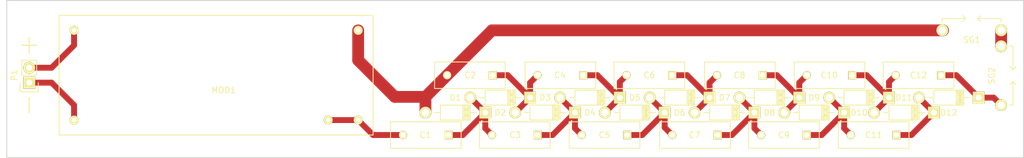
<source format=kicad_pcb>
(kicad_pcb (version 4) (host pcbnew 4.0.1-3.201512221402+6198~38~ubuntu14.04.1-stable)

  (general
    (links 42)
    (no_connects 2)
    (area 38.024999 97.714999 210.895001 124.535001)
    (thickness 1.6)
    (drawings 7)
    (tracks 76)
    (zones 0)
    (modules 28)
    (nets 18)
  )

  (page A4)
  (layers
    (0 F.Cu signal)
    (31 B.Cu signal)
    (32 B.Adhes user)
    (33 F.Adhes user)
    (34 B.Paste user)
    (35 F.Paste user)
    (36 B.SilkS user)
    (37 F.SilkS user)
    (38 B.Mask user)
    (39 F.Mask user)
    (40 Dwgs.User user)
    (41 Cmts.User user)
    (42 Eco1.User user)
    (43 Eco2.User user)
    (44 Edge.Cuts user)
    (45 Margin user)
    (46 B.CrtYd user)
    (47 F.CrtYd user)
    (48 B.Fab user)
    (49 F.Fab user)
  )

  (setup
    (last_trace_width 1)
    (trace_clearance 0.2)
    (zone_clearance 0.508)
    (zone_45_only no)
    (trace_min 0.2)
    (segment_width 0.2)
    (edge_width 0.15)
    (via_size 0.6)
    (via_drill 0.4)
    (via_min_size 0.4)
    (via_min_drill 0.3)
    (uvia_size 0.3)
    (uvia_drill 0.1)
    (uvias_allowed no)
    (uvia_min_size 0.2)
    (uvia_min_drill 0.1)
    (pcb_text_width 0.3)
    (pcb_text_size 1.5 1.5)
    (mod_edge_width 0.15)
    (mod_text_size 1 1)
    (mod_text_width 0.15)
    (pad_size 1.524 1.524)
    (pad_drill 0.762)
    (pad_to_mask_clearance 0.2)
    (aux_axis_origin 0 0)
    (visible_elements FFFEFF7F)
    (pcbplotparams
      (layerselection 0x010f0_80000001)
      (usegerberextensions false)
      (excludeedgelayer true)
      (linewidth 0.100000)
      (plotframeref false)
      (viasonmask false)
      (mode 1)
      (useauxorigin false)
      (hpglpennumber 1)
      (hpglpenspeed 20)
      (hpglpendiameter 15)
      (hpglpenoverlay 2)
      (psnegative false)
      (psa4output false)
      (plotreference true)
      (plotvalue true)
      (plotinvisibletext false)
      (padsonsilk false)
      (subtractmaskfromsilk false)
      (outputformat 1)
      (mirror false)
      (drillshape 0)
      (scaleselection 1)
      (outputdirectory ""))
  )

  (net 0 "")
  (net 1 "Net-(C1-Pad1)")
  (net 2 "Net-(C2-Pad1)")
  (net 3 "Net-(C3-Pad1)")
  (net 4 "Net-(C4-Pad1)")
  (net 5 "Net-(C5-Pad1)")
  (net 6 "Net-(C6-Pad1)")
  (net 7 "Net-(C7-Pad1)")
  (net 8 "Net-(C10-Pad2)")
  (net 9 "Net-(C11-Pad2)")
  (net 10 "Net-(C10-Pad1)")
  (net 11 "Net-(C11-Pad1)")
  (net 12 HV_SUPPLY)
  (net 13 HV_GND)
  (net 14 HV+)
  (net 15 HV-)
  (net 16 VCC)
  (net 17 GND)

  (net_class Default "This is the default net class."
    (clearance 0.2)
    (trace_width 1)
    (via_dia 0.6)
    (via_drill 0.4)
    (uvia_dia 0.3)
    (uvia_drill 0.1)
    (add_net GND)
    (add_net HV+)
    (add_net HV-)
    (add_net HV_GND)
    (add_net HV_SUPPLY)
    (add_net "Net-(C1-Pad1)")
    (add_net "Net-(C10-Pad1)")
    (add_net "Net-(C10-Pad2)")
    (add_net "Net-(C11-Pad1)")
    (add_net "Net-(C11-Pad2)")
    (add_net "Net-(C2-Pad1)")
    (add_net "Net-(C3-Pad1)")
    (add_net "Net-(C4-Pad1)")
    (add_net "Net-(C5-Pad1)")
    (add_net "Net-(C6-Pad1)")
    (add_net "Net-(C7-Pad1)")
    (add_net VCC)
  )

  (module Capacitors_ThroughHole:C_Disc_D12_P7.75 (layer F.Cu) (tedit 0) (tstamp 56A5EEBC)
    (at 113.16 120.65 180)
    (descr "Capacitor 12mm Disc, Pitch 7.75mm")
    (tags Capacitor)
    (path /569DD87B)
    (fp_text reference C1 (at 3.94 0 180) (layer F.SilkS)
      (effects (font (size 1 1) (thickness 0.15)))
    )
    (fp_text value C (at 3.875 3.5 180) (layer F.Fab)
      (effects (font (size 1 1) (thickness 0.15)))
    )
    (fp_line (start -2.375 -2.5) (end 10.125 -2.5) (layer F.CrtYd) (width 0.05))
    (fp_line (start 10.125 -2.5) (end 10.125 2.5) (layer F.CrtYd) (width 0.05))
    (fp_line (start 10.125 2.5) (end -2.375 2.5) (layer F.CrtYd) (width 0.05))
    (fp_line (start -2.375 2.5) (end -2.375 -2.5) (layer F.CrtYd) (width 0.05))
    (fp_line (start -2.125 -2.25) (end 9.875 -2.25) (layer F.SilkS) (width 0.15))
    (fp_line (start 9.875 -2.25) (end 9.875 2.25) (layer F.SilkS) (width 0.15))
    (fp_line (start 9.875 2.25) (end -2.125 2.25) (layer F.SilkS) (width 0.15))
    (fp_line (start -2.125 2.25) (end -2.125 -2.25) (layer F.SilkS) (width 0.15))
    (pad 1 thru_hole rect (at 0 0 180) (size 1.4 1.4) (drill 0.9) (layers *.Cu *.Mask F.SilkS)
      (net 1 "Net-(C1-Pad1)"))
    (pad 2 thru_hole circle (at 7.75 0 180) (size 1.4 1.4) (drill 0.9) (layers *.Cu *.Mask F.SilkS)
      (net 12 HV_SUPPLY))
    (model Capacitors_ThroughHole.3dshapes/C_Disc_D12_P7.75.wrl
      (at (xyz 0.15255906 0 0))
      (scale (xyz 1 1 1))
      (rotate (xyz 0 0 0))
    )
  )

  (module Capacitors_ThroughHole:C_Disc_D12_P7.75 (layer F.Cu) (tedit 0) (tstamp 56A5EEC2)
    (at 120.65 110.49 180)
    (descr "Capacitor 12mm Disc, Pitch 7.75mm")
    (tags Capacitor)
    (path /569DD58E)
    (fp_text reference C2 (at 3.81 0 180) (layer F.SilkS)
      (effects (font (size 1 1) (thickness 0.15)))
    )
    (fp_text value C (at 3.875 3.5 180) (layer F.Fab)
      (effects (font (size 1 1) (thickness 0.15)))
    )
    (fp_line (start -2.375 -2.5) (end 10.125 -2.5) (layer F.CrtYd) (width 0.05))
    (fp_line (start 10.125 -2.5) (end 10.125 2.5) (layer F.CrtYd) (width 0.05))
    (fp_line (start 10.125 2.5) (end -2.375 2.5) (layer F.CrtYd) (width 0.05))
    (fp_line (start -2.375 2.5) (end -2.375 -2.5) (layer F.CrtYd) (width 0.05))
    (fp_line (start -2.125 -2.25) (end 9.875 -2.25) (layer F.SilkS) (width 0.15))
    (fp_line (start 9.875 -2.25) (end 9.875 2.25) (layer F.SilkS) (width 0.15))
    (fp_line (start 9.875 2.25) (end -2.125 2.25) (layer F.SilkS) (width 0.15))
    (fp_line (start -2.125 2.25) (end -2.125 -2.25) (layer F.SilkS) (width 0.15))
    (pad 1 thru_hole rect (at 0 0 180) (size 1.4 1.4) (drill 0.9) (layers *.Cu *.Mask F.SilkS)
      (net 2 "Net-(C2-Pad1)"))
    (pad 2 thru_hole circle (at 7.75 0 180) (size 1.4 1.4) (drill 0.9) (layers *.Cu *.Mask F.SilkS)
      (net 13 HV_GND))
    (model Capacitors_ThroughHole.3dshapes/C_Disc_D12_P7.75.wrl
      (at (xyz 0.15255906 0 0))
      (scale (xyz 1 1 1))
      (rotate (xyz 0 0 0))
    )
  )

  (module Capacitors_ThroughHole:C_Disc_D12_P7.75 (layer F.Cu) (tedit 0) (tstamp 56A5EEC8)
    (at 128.27 120.65 180)
    (descr "Capacitor 12mm Disc, Pitch 7.75mm")
    (tags Capacitor)
    (path /569DD8EE)
    (fp_text reference C3 (at 3.81 0 180) (layer F.SilkS)
      (effects (font (size 1 1) (thickness 0.15)))
    )
    (fp_text value C (at 3.875 3.5 180) (layer F.Fab)
      (effects (font (size 1 1) (thickness 0.15)))
    )
    (fp_line (start -2.375 -2.5) (end 10.125 -2.5) (layer F.CrtYd) (width 0.05))
    (fp_line (start 10.125 -2.5) (end 10.125 2.5) (layer F.CrtYd) (width 0.05))
    (fp_line (start 10.125 2.5) (end -2.375 2.5) (layer F.CrtYd) (width 0.05))
    (fp_line (start -2.375 2.5) (end -2.375 -2.5) (layer F.CrtYd) (width 0.05))
    (fp_line (start -2.125 -2.25) (end 9.875 -2.25) (layer F.SilkS) (width 0.15))
    (fp_line (start 9.875 -2.25) (end 9.875 2.25) (layer F.SilkS) (width 0.15))
    (fp_line (start 9.875 2.25) (end -2.125 2.25) (layer F.SilkS) (width 0.15))
    (fp_line (start -2.125 2.25) (end -2.125 -2.25) (layer F.SilkS) (width 0.15))
    (pad 1 thru_hole rect (at 0 0 180) (size 1.4 1.4) (drill 0.9) (layers *.Cu *.Mask F.SilkS)
      (net 3 "Net-(C3-Pad1)"))
    (pad 2 thru_hole circle (at 7.75 0 180) (size 1.4 1.4) (drill 0.9) (layers *.Cu *.Mask F.SilkS)
      (net 1 "Net-(C1-Pad1)"))
    (model Capacitors_ThroughHole.3dshapes/C_Disc_D12_P7.75.wrl
      (at (xyz 0.15255906 0 0))
      (scale (xyz 1 1 1))
      (rotate (xyz 0 0 0))
    )
  )

  (module Capacitors_ThroughHole:C_Disc_D12_P7.75 (layer F.Cu) (tedit 0) (tstamp 56A5EECE)
    (at 136.02 110.49 180)
    (descr "Capacitor 12mm Disc, Pitch 7.75mm")
    (tags Capacitor)
    (path /569DD643)
    (fp_text reference C4 (at 3.94 0 180) (layer F.SilkS)
      (effects (font (size 1 1) (thickness 0.15)))
    )
    (fp_text value C (at 3.875 3.5 180) (layer F.Fab)
      (effects (font (size 1 1) (thickness 0.15)))
    )
    (fp_line (start -2.375 -2.5) (end 10.125 -2.5) (layer F.CrtYd) (width 0.05))
    (fp_line (start 10.125 -2.5) (end 10.125 2.5) (layer F.CrtYd) (width 0.05))
    (fp_line (start 10.125 2.5) (end -2.375 2.5) (layer F.CrtYd) (width 0.05))
    (fp_line (start -2.375 2.5) (end -2.375 -2.5) (layer F.CrtYd) (width 0.05))
    (fp_line (start -2.125 -2.25) (end 9.875 -2.25) (layer F.SilkS) (width 0.15))
    (fp_line (start 9.875 -2.25) (end 9.875 2.25) (layer F.SilkS) (width 0.15))
    (fp_line (start 9.875 2.25) (end -2.125 2.25) (layer F.SilkS) (width 0.15))
    (fp_line (start -2.125 2.25) (end -2.125 -2.25) (layer F.SilkS) (width 0.15))
    (pad 1 thru_hole rect (at 0 0 180) (size 1.4 1.4) (drill 0.9) (layers *.Cu *.Mask F.SilkS)
      (net 4 "Net-(C4-Pad1)"))
    (pad 2 thru_hole circle (at 7.75 0 180) (size 1.4 1.4) (drill 0.9) (layers *.Cu *.Mask F.SilkS)
      (net 2 "Net-(C2-Pad1)"))
    (model Capacitors_ThroughHole.3dshapes/C_Disc_D12_P7.75.wrl
      (at (xyz 0.15255906 0 0))
      (scale (xyz 1 1 1))
      (rotate (xyz 0 0 0))
    )
  )

  (module Capacitors_ThroughHole:C_Disc_D12_P7.75 (layer F.Cu) (tedit 0) (tstamp 56A5EED4)
    (at 143.51 120.65 180)
    (descr "Capacitor 12mm Disc, Pitch 7.75mm")
    (tags Capacitor)
    (path /569DDB72)
    (fp_text reference C5 (at 3.875 0 180) (layer F.SilkS)
      (effects (font (size 1 1) (thickness 0.15)))
    )
    (fp_text value C (at 3.875 3.5 180) (layer F.Fab)
      (effects (font (size 1 1) (thickness 0.15)))
    )
    (fp_line (start -2.375 -2.5) (end 10.125 -2.5) (layer F.CrtYd) (width 0.05))
    (fp_line (start 10.125 -2.5) (end 10.125 2.5) (layer F.CrtYd) (width 0.05))
    (fp_line (start 10.125 2.5) (end -2.375 2.5) (layer F.CrtYd) (width 0.05))
    (fp_line (start -2.375 2.5) (end -2.375 -2.5) (layer F.CrtYd) (width 0.05))
    (fp_line (start -2.125 -2.25) (end 9.875 -2.25) (layer F.SilkS) (width 0.15))
    (fp_line (start 9.875 -2.25) (end 9.875 2.25) (layer F.SilkS) (width 0.15))
    (fp_line (start 9.875 2.25) (end -2.125 2.25) (layer F.SilkS) (width 0.15))
    (fp_line (start -2.125 2.25) (end -2.125 -2.25) (layer F.SilkS) (width 0.15))
    (pad 1 thru_hole rect (at 0 0 180) (size 1.4 1.4) (drill 0.9) (layers *.Cu *.Mask F.SilkS)
      (net 5 "Net-(C5-Pad1)"))
    (pad 2 thru_hole circle (at 7.75 0 180) (size 1.4 1.4) (drill 0.9) (layers *.Cu *.Mask F.SilkS)
      (net 3 "Net-(C3-Pad1)"))
    (model Capacitors_ThroughHole.3dshapes/C_Disc_D12_P7.75.wrl
      (at (xyz 0.15255906 0 0))
      (scale (xyz 1 1 1))
      (rotate (xyz 0 0 0))
    )
  )

  (module Capacitors_ThroughHole:C_Disc_D12_P7.75 (layer F.Cu) (tedit 0) (tstamp 56A5EEDA)
    (at 151.13 110.49 180)
    (descr "Capacitor 12mm Disc, Pitch 7.75mm")
    (tags Capacitor)
    (path /569DD6A7)
    (fp_text reference C6 (at 3.875 0 180) (layer F.SilkS)
      (effects (font (size 1 1) (thickness 0.15)))
    )
    (fp_text value C (at 3.875 3.5 180) (layer F.Fab)
      (effects (font (size 1 1) (thickness 0.15)))
    )
    (fp_line (start -2.375 -2.5) (end 10.125 -2.5) (layer F.CrtYd) (width 0.05))
    (fp_line (start 10.125 -2.5) (end 10.125 2.5) (layer F.CrtYd) (width 0.05))
    (fp_line (start 10.125 2.5) (end -2.375 2.5) (layer F.CrtYd) (width 0.05))
    (fp_line (start -2.375 2.5) (end -2.375 -2.5) (layer F.CrtYd) (width 0.05))
    (fp_line (start -2.125 -2.25) (end 9.875 -2.25) (layer F.SilkS) (width 0.15))
    (fp_line (start 9.875 -2.25) (end 9.875 2.25) (layer F.SilkS) (width 0.15))
    (fp_line (start 9.875 2.25) (end -2.125 2.25) (layer F.SilkS) (width 0.15))
    (fp_line (start -2.125 2.25) (end -2.125 -2.25) (layer F.SilkS) (width 0.15))
    (pad 1 thru_hole rect (at 0 0 180) (size 1.4 1.4) (drill 0.9) (layers *.Cu *.Mask F.SilkS)
      (net 6 "Net-(C6-Pad1)"))
    (pad 2 thru_hole circle (at 7.75 0 180) (size 1.4 1.4) (drill 0.9) (layers *.Cu *.Mask F.SilkS)
      (net 4 "Net-(C4-Pad1)"))
    (model Capacitors_ThroughHole.3dshapes/C_Disc_D12_P7.75.wrl
      (at (xyz 0.15255906 0 0))
      (scale (xyz 1 1 1))
      (rotate (xyz 0 0 0))
    )
  )

  (module Capacitors_ThroughHole:C_Disc_D12_P7.75 (layer F.Cu) (tedit 0) (tstamp 56A5EEE0)
    (at 158.88 120.65 180)
    (descr "Capacitor 12mm Disc, Pitch 7.75mm")
    (tags Capacitor)
    (path /569DDBE5)
    (fp_text reference C7 (at 3.94 0 180) (layer F.SilkS)
      (effects (font (size 1 1) (thickness 0.15)))
    )
    (fp_text value C (at 3.875 3.5 180) (layer F.Fab)
      (effects (font (size 1 1) (thickness 0.15)))
    )
    (fp_line (start -2.375 -2.5) (end 10.125 -2.5) (layer F.CrtYd) (width 0.05))
    (fp_line (start 10.125 -2.5) (end 10.125 2.5) (layer F.CrtYd) (width 0.05))
    (fp_line (start 10.125 2.5) (end -2.375 2.5) (layer F.CrtYd) (width 0.05))
    (fp_line (start -2.375 2.5) (end -2.375 -2.5) (layer F.CrtYd) (width 0.05))
    (fp_line (start -2.125 -2.25) (end 9.875 -2.25) (layer F.SilkS) (width 0.15))
    (fp_line (start 9.875 -2.25) (end 9.875 2.25) (layer F.SilkS) (width 0.15))
    (fp_line (start 9.875 2.25) (end -2.125 2.25) (layer F.SilkS) (width 0.15))
    (fp_line (start -2.125 2.25) (end -2.125 -2.25) (layer F.SilkS) (width 0.15))
    (pad 1 thru_hole rect (at 0 0 180) (size 1.4 1.4) (drill 0.9) (layers *.Cu *.Mask F.SilkS)
      (net 7 "Net-(C7-Pad1)"))
    (pad 2 thru_hole circle (at 7.75 0 180) (size 1.4 1.4) (drill 0.9) (layers *.Cu *.Mask F.SilkS)
      (net 5 "Net-(C5-Pad1)"))
    (model Capacitors_ThroughHole.3dshapes/C_Disc_D12_P7.75.wrl
      (at (xyz 0.15255906 0 0))
      (scale (xyz 1 1 1))
      (rotate (xyz 0 0 0))
    )
  )

  (module Capacitors_ThroughHole:C_Disc_D12_P7.75 (layer F.Cu) (tedit 0) (tstamp 56A5EEE6)
    (at 166.5 110.49 180)
    (descr "Capacitor 12mm Disc, Pitch 7.75mm")
    (tags Capacitor)
    (path /569DD766)
    (fp_text reference C8 (at 3.94 0 180) (layer F.SilkS)
      (effects (font (size 1 1) (thickness 0.15)))
    )
    (fp_text value C (at 3.875 3.5 180) (layer F.Fab)
      (effects (font (size 1 1) (thickness 0.15)))
    )
    (fp_line (start -2.375 -2.5) (end 10.125 -2.5) (layer F.CrtYd) (width 0.05))
    (fp_line (start 10.125 -2.5) (end 10.125 2.5) (layer F.CrtYd) (width 0.05))
    (fp_line (start 10.125 2.5) (end -2.375 2.5) (layer F.CrtYd) (width 0.05))
    (fp_line (start -2.375 2.5) (end -2.375 -2.5) (layer F.CrtYd) (width 0.05))
    (fp_line (start -2.125 -2.25) (end 9.875 -2.25) (layer F.SilkS) (width 0.15))
    (fp_line (start 9.875 -2.25) (end 9.875 2.25) (layer F.SilkS) (width 0.15))
    (fp_line (start 9.875 2.25) (end -2.125 2.25) (layer F.SilkS) (width 0.15))
    (fp_line (start -2.125 2.25) (end -2.125 -2.25) (layer F.SilkS) (width 0.15))
    (pad 1 thru_hole rect (at 0 0 180) (size 1.4 1.4) (drill 0.9) (layers *.Cu *.Mask F.SilkS)
      (net 8 "Net-(C10-Pad2)"))
    (pad 2 thru_hole circle (at 7.75 0 180) (size 1.4 1.4) (drill 0.9) (layers *.Cu *.Mask F.SilkS)
      (net 6 "Net-(C6-Pad1)"))
    (model Capacitors_ThroughHole.3dshapes/C_Disc_D12_P7.75.wrl
      (at (xyz 0.15255906 0 0))
      (scale (xyz 1 1 1))
      (rotate (xyz 0 0 0))
    )
  )

  (module Capacitors_ThroughHole:C_Disc_D12_P7.75 (layer F.Cu) (tedit 0) (tstamp 56A5EEEC)
    (at 173.99 120.65 180)
    (descr "Capacitor 12mm Disc, Pitch 7.75mm")
    (tags Capacitor)
    (path /569DDC51)
    (fp_text reference C9 (at 3.875 0 180) (layer F.SilkS)
      (effects (font (size 1 1) (thickness 0.15)))
    )
    (fp_text value C (at 3.875 3.5 180) (layer F.Fab)
      (effects (font (size 1 1) (thickness 0.15)))
    )
    (fp_line (start -2.375 -2.5) (end 10.125 -2.5) (layer F.CrtYd) (width 0.05))
    (fp_line (start 10.125 -2.5) (end 10.125 2.5) (layer F.CrtYd) (width 0.05))
    (fp_line (start 10.125 2.5) (end -2.375 2.5) (layer F.CrtYd) (width 0.05))
    (fp_line (start -2.375 2.5) (end -2.375 -2.5) (layer F.CrtYd) (width 0.05))
    (fp_line (start -2.125 -2.25) (end 9.875 -2.25) (layer F.SilkS) (width 0.15))
    (fp_line (start 9.875 -2.25) (end 9.875 2.25) (layer F.SilkS) (width 0.15))
    (fp_line (start 9.875 2.25) (end -2.125 2.25) (layer F.SilkS) (width 0.15))
    (fp_line (start -2.125 2.25) (end -2.125 -2.25) (layer F.SilkS) (width 0.15))
    (pad 1 thru_hole rect (at 0 0 180) (size 1.4 1.4) (drill 0.9) (layers *.Cu *.Mask F.SilkS)
      (net 9 "Net-(C11-Pad2)"))
    (pad 2 thru_hole circle (at 7.75 0 180) (size 1.4 1.4) (drill 0.9) (layers *.Cu *.Mask F.SilkS)
      (net 7 "Net-(C7-Pad1)"))
    (model Capacitors_ThroughHole.3dshapes/C_Disc_D12_P7.75.wrl
      (at (xyz 0.15255906 0 0))
      (scale (xyz 1 1 1))
      (rotate (xyz 0 0 0))
    )
  )

  (module Capacitors_ThroughHole:C_Disc_D12_P7.75 (layer F.Cu) (tedit 0) (tstamp 56A5EEF2)
    (at 181.74 110.49 180)
    (descr "Capacitor 12mm Disc, Pitch 7.75mm")
    (tags Capacitor)
    (path /569DD7C2)
    (fp_text reference C10 (at 3.94 0 180) (layer F.SilkS)
      (effects (font (size 1 1) (thickness 0.15)))
    )
    (fp_text value C (at 3.875 3.5 180) (layer F.Fab)
      (effects (font (size 1 1) (thickness 0.15)))
    )
    (fp_line (start -2.375 -2.5) (end 10.125 -2.5) (layer F.CrtYd) (width 0.05))
    (fp_line (start 10.125 -2.5) (end 10.125 2.5) (layer F.CrtYd) (width 0.05))
    (fp_line (start 10.125 2.5) (end -2.375 2.5) (layer F.CrtYd) (width 0.05))
    (fp_line (start -2.375 2.5) (end -2.375 -2.5) (layer F.CrtYd) (width 0.05))
    (fp_line (start -2.125 -2.25) (end 9.875 -2.25) (layer F.SilkS) (width 0.15))
    (fp_line (start 9.875 -2.25) (end 9.875 2.25) (layer F.SilkS) (width 0.15))
    (fp_line (start 9.875 2.25) (end -2.125 2.25) (layer F.SilkS) (width 0.15))
    (fp_line (start -2.125 2.25) (end -2.125 -2.25) (layer F.SilkS) (width 0.15))
    (pad 1 thru_hole rect (at 0 0 180) (size 1.4 1.4) (drill 0.9) (layers *.Cu *.Mask F.SilkS)
      (net 10 "Net-(C10-Pad1)"))
    (pad 2 thru_hole circle (at 7.75 0 180) (size 1.4 1.4) (drill 0.9) (layers *.Cu *.Mask F.SilkS)
      (net 8 "Net-(C10-Pad2)"))
    (model Capacitors_ThroughHole.3dshapes/C_Disc_D12_P7.75.wrl
      (at (xyz 0.15255906 0 0))
      (scale (xyz 1 1 1))
      (rotate (xyz 0 0 0))
    )
  )

  (module Capacitors_ThroughHole:C_Disc_D12_P7.75 (layer F.Cu) (tedit 0) (tstamp 56A5EEF8)
    (at 189.23 120.65 180)
    (descr "Capacitor 12mm Disc, Pitch 7.75mm")
    (tags Capacitor)
    (path /569DDCBC)
    (fp_text reference C11 (at 3.875 0 180) (layer F.SilkS)
      (effects (font (size 1 1) (thickness 0.15)))
    )
    (fp_text value C (at 3.875 3.5 180) (layer F.Fab)
      (effects (font (size 1 1) (thickness 0.15)))
    )
    (fp_line (start -2.375 -2.5) (end 10.125 -2.5) (layer F.CrtYd) (width 0.05))
    (fp_line (start 10.125 -2.5) (end 10.125 2.5) (layer F.CrtYd) (width 0.05))
    (fp_line (start 10.125 2.5) (end -2.375 2.5) (layer F.CrtYd) (width 0.05))
    (fp_line (start -2.375 2.5) (end -2.375 -2.5) (layer F.CrtYd) (width 0.05))
    (fp_line (start -2.125 -2.25) (end 9.875 -2.25) (layer F.SilkS) (width 0.15))
    (fp_line (start 9.875 -2.25) (end 9.875 2.25) (layer F.SilkS) (width 0.15))
    (fp_line (start 9.875 2.25) (end -2.125 2.25) (layer F.SilkS) (width 0.15))
    (fp_line (start -2.125 2.25) (end -2.125 -2.25) (layer F.SilkS) (width 0.15))
    (pad 1 thru_hole rect (at 0 0 180) (size 1.4 1.4) (drill 0.9) (layers *.Cu *.Mask F.SilkS)
      (net 11 "Net-(C11-Pad1)"))
    (pad 2 thru_hole circle (at 7.75 0 180) (size 1.4 1.4) (drill 0.9) (layers *.Cu *.Mask F.SilkS)
      (net 9 "Net-(C11-Pad2)"))
    (model Capacitors_ThroughHole.3dshapes/C_Disc_D12_P7.75.wrl
      (at (xyz 0.15255906 0 0))
      (scale (xyz 1 1 1))
      (rotate (xyz 0 0 0))
    )
  )

  (module Capacitors_ThroughHole:C_Disc_D12_P7.75 (layer F.Cu) (tedit 0) (tstamp 56A5EEFE)
    (at 196.85 110.49 180)
    (descr "Capacitor 12mm Disc, Pitch 7.75mm")
    (tags Capacitor)
    (path /569DD821)
    (fp_text reference C12 (at 3.875 0 180) (layer F.SilkS)
      (effects (font (size 1 1) (thickness 0.15)))
    )
    (fp_text value C (at 3.875 3.5 180) (layer F.Fab)
      (effects (font (size 1 1) (thickness 0.15)))
    )
    (fp_line (start -2.375 -2.5) (end 10.125 -2.5) (layer F.CrtYd) (width 0.05))
    (fp_line (start 10.125 -2.5) (end 10.125 2.5) (layer F.CrtYd) (width 0.05))
    (fp_line (start 10.125 2.5) (end -2.375 2.5) (layer F.CrtYd) (width 0.05))
    (fp_line (start -2.375 2.5) (end -2.375 -2.5) (layer F.CrtYd) (width 0.05))
    (fp_line (start -2.125 -2.25) (end 9.875 -2.25) (layer F.SilkS) (width 0.15))
    (fp_line (start 9.875 -2.25) (end 9.875 2.25) (layer F.SilkS) (width 0.15))
    (fp_line (start 9.875 2.25) (end -2.125 2.25) (layer F.SilkS) (width 0.15))
    (fp_line (start -2.125 2.25) (end -2.125 -2.25) (layer F.SilkS) (width 0.15))
    (pad 1 thru_hole rect (at 0 0 180) (size 1.4 1.4) (drill 0.9) (layers *.Cu *.Mask F.SilkS)
      (net 14 HV+))
    (pad 2 thru_hole circle (at 7.75 0 180) (size 1.4 1.4) (drill 0.9) (layers *.Cu *.Mask F.SilkS)
      (net 10 "Net-(C10-Pad1)"))
    (model Capacitors_ThroughHole.3dshapes/C_Disc_D12_P7.75.wrl
      (at (xyz 0.15255906 0 0))
      (scale (xyz 1 1 1))
      (rotate (xyz 0 0 0))
    )
  )

  (module Diodes_ThroughHole:Diode_DO-41_SOD81_Horizontal_RM10 (layer F.Cu) (tedit 552FFCCE) (tstamp 56A5EF04)
    (at 119.38 116.83746 180)
    (descr "Diode, DO-41, SOD81, Horizontal, RM 10mm,")
    (tags "Diode, DO-41, SOD81, Horizontal, RM 10mm, 1N4007, SB140,")
    (path /569DCC8E)
    (fp_text reference D1 (at 5.08 2.53746 180) (layer F.SilkS)
      (effects (font (size 1 1) (thickness 0.15)))
    )
    (fp_text value D (at 4.37134 -3.55854 180) (layer F.Fab)
      (effects (font (size 1 1) (thickness 0.15)))
    )
    (fp_line (start 7.62 -0.00254) (end 8.636 -0.00254) (layer F.SilkS) (width 0.15))
    (fp_line (start 2.794 -0.00254) (end 1.524 -0.00254) (layer F.SilkS) (width 0.15))
    (fp_line (start 3.048 -1.27254) (end 3.048 1.26746) (layer F.SilkS) (width 0.15))
    (fp_line (start 3.302 -1.27254) (end 3.302 1.26746) (layer F.SilkS) (width 0.15))
    (fp_line (start 3.556 -1.27254) (end 3.556 1.26746) (layer F.SilkS) (width 0.15))
    (fp_line (start 2.794 -1.27254) (end 2.794 1.26746) (layer F.SilkS) (width 0.15))
    (fp_line (start 3.81 -1.27254) (end 2.54 1.26746) (layer F.SilkS) (width 0.15))
    (fp_line (start 2.54 -1.27254) (end 3.81 1.26746) (layer F.SilkS) (width 0.15))
    (fp_line (start 3.81 -1.27254) (end 3.81 1.26746) (layer F.SilkS) (width 0.15))
    (fp_line (start 3.175 -1.27254) (end 3.175 1.26746) (layer F.SilkS) (width 0.15))
    (fp_line (start 2.54 1.26746) (end 2.54 -1.27254) (layer F.SilkS) (width 0.15))
    (fp_line (start 2.54 -1.27254) (end 7.62 -1.27254) (layer F.SilkS) (width 0.15))
    (fp_line (start 7.62 -1.27254) (end 7.62 1.26746) (layer F.SilkS) (width 0.15))
    (fp_line (start 7.62 1.26746) (end 2.54 1.26746) (layer F.SilkS) (width 0.15))
    (pad 2 thru_hole circle (at 10.16 -0.00254) (size 1.99898 1.99898) (drill 1.27) (layers *.Cu *.Mask F.SilkS)
      (net 13 HV_GND))
    (pad 1 thru_hole rect (at 0 -0.00254) (size 1.99898 1.99898) (drill 1.00076) (layers *.Cu *.Mask F.SilkS)
      (net 1 "Net-(C1-Pad1)"))
  )

  (module Diodes_ThroughHole:Diode_DO-41_SOD81_Horizontal_RM10 (layer F.Cu) (tedit 552FFCCE) (tstamp 56A5EF0A)
    (at 127 114.29746 180)
    (descr "Diode, DO-41, SOD81, Horizontal, RM 10mm,")
    (tags "Diode, DO-41, SOD81, Horizontal, RM 10mm, 1N4007, SB140,")
    (path /569DCE47)
    (fp_text reference D2 (at 5.08 -2.54254 180) (layer F.SilkS)
      (effects (font (size 1 1) (thickness 0.15)))
    )
    (fp_text value D (at 4.37134 -3.55854 180) (layer F.Fab)
      (effects (font (size 1 1) (thickness 0.15)))
    )
    (fp_line (start 7.62 -0.00254) (end 8.636 -0.00254) (layer F.SilkS) (width 0.15))
    (fp_line (start 2.794 -0.00254) (end 1.524 -0.00254) (layer F.SilkS) (width 0.15))
    (fp_line (start 3.048 -1.27254) (end 3.048 1.26746) (layer F.SilkS) (width 0.15))
    (fp_line (start 3.302 -1.27254) (end 3.302 1.26746) (layer F.SilkS) (width 0.15))
    (fp_line (start 3.556 -1.27254) (end 3.556 1.26746) (layer F.SilkS) (width 0.15))
    (fp_line (start 2.794 -1.27254) (end 2.794 1.26746) (layer F.SilkS) (width 0.15))
    (fp_line (start 3.81 -1.27254) (end 2.54 1.26746) (layer F.SilkS) (width 0.15))
    (fp_line (start 2.54 -1.27254) (end 3.81 1.26746) (layer F.SilkS) (width 0.15))
    (fp_line (start 3.81 -1.27254) (end 3.81 1.26746) (layer F.SilkS) (width 0.15))
    (fp_line (start 3.175 -1.27254) (end 3.175 1.26746) (layer F.SilkS) (width 0.15))
    (fp_line (start 2.54 1.26746) (end 2.54 -1.27254) (layer F.SilkS) (width 0.15))
    (fp_line (start 2.54 -1.27254) (end 7.62 -1.27254) (layer F.SilkS) (width 0.15))
    (fp_line (start 7.62 -1.27254) (end 7.62 1.26746) (layer F.SilkS) (width 0.15))
    (fp_line (start 7.62 1.26746) (end 2.54 1.26746) (layer F.SilkS) (width 0.15))
    (pad 2 thru_hole circle (at 10.16 -0.00254) (size 1.99898 1.99898) (drill 1.27) (layers *.Cu *.Mask F.SilkS)
      (net 1 "Net-(C1-Pad1)"))
    (pad 1 thru_hole rect (at 0 -0.00254) (size 1.99898 1.99898) (drill 1.00076) (layers *.Cu *.Mask F.SilkS)
      (net 2 "Net-(C2-Pad1)"))
  )

  (module Diodes_ThroughHole:Diode_DO-41_SOD81_Horizontal_RM10 (layer F.Cu) (tedit 552FFCCE) (tstamp 56A5EF10)
    (at 134.62 116.83746 180)
    (descr "Diode, DO-41, SOD81, Horizontal, RM 10mm,")
    (tags "Diode, DO-41, SOD81, Horizontal, RM 10mm, 1N4007, SB140,")
    (path /569DCE89)
    (fp_text reference D3 (at 5.08 2.53746 180) (layer F.SilkS)
      (effects (font (size 1 1) (thickness 0.15)))
    )
    (fp_text value D (at 4.37134 -3.55854 180) (layer F.Fab)
      (effects (font (size 1 1) (thickness 0.15)))
    )
    (fp_line (start 7.62 -0.00254) (end 8.636 -0.00254) (layer F.SilkS) (width 0.15))
    (fp_line (start 2.794 -0.00254) (end 1.524 -0.00254) (layer F.SilkS) (width 0.15))
    (fp_line (start 3.048 -1.27254) (end 3.048 1.26746) (layer F.SilkS) (width 0.15))
    (fp_line (start 3.302 -1.27254) (end 3.302 1.26746) (layer F.SilkS) (width 0.15))
    (fp_line (start 3.556 -1.27254) (end 3.556 1.26746) (layer F.SilkS) (width 0.15))
    (fp_line (start 2.794 -1.27254) (end 2.794 1.26746) (layer F.SilkS) (width 0.15))
    (fp_line (start 3.81 -1.27254) (end 2.54 1.26746) (layer F.SilkS) (width 0.15))
    (fp_line (start 2.54 -1.27254) (end 3.81 1.26746) (layer F.SilkS) (width 0.15))
    (fp_line (start 3.81 -1.27254) (end 3.81 1.26746) (layer F.SilkS) (width 0.15))
    (fp_line (start 3.175 -1.27254) (end 3.175 1.26746) (layer F.SilkS) (width 0.15))
    (fp_line (start 2.54 1.26746) (end 2.54 -1.27254) (layer F.SilkS) (width 0.15))
    (fp_line (start 2.54 -1.27254) (end 7.62 -1.27254) (layer F.SilkS) (width 0.15))
    (fp_line (start 7.62 -1.27254) (end 7.62 1.26746) (layer F.SilkS) (width 0.15))
    (fp_line (start 7.62 1.26746) (end 2.54 1.26746) (layer F.SilkS) (width 0.15))
    (pad 2 thru_hole circle (at 10.16 -0.00254) (size 1.99898 1.99898) (drill 1.27) (layers *.Cu *.Mask F.SilkS)
      (net 2 "Net-(C2-Pad1)"))
    (pad 1 thru_hole rect (at 0 -0.00254) (size 1.99898 1.99898) (drill 1.00076) (layers *.Cu *.Mask F.SilkS)
      (net 3 "Net-(C3-Pad1)"))
  )

  (module Diodes_ThroughHole:Diode_DO-41_SOD81_Horizontal_RM10 (layer F.Cu) (tedit 552FFCCE) (tstamp 56A5EF16)
    (at 142.24 114.3 180)
    (descr "Diode, DO-41, SOD81, Horizontal, RM 10mm,")
    (tags "Diode, DO-41, SOD81, Horizontal, RM 10mm, 1N4007, SB140,")
    (path /569DCEB0)
    (fp_text reference D4 (at 5.08 -2.54 180) (layer F.SilkS)
      (effects (font (size 1 1) (thickness 0.15)))
    )
    (fp_text value D (at 4.37134 -3.55854 180) (layer F.Fab)
      (effects (font (size 1 1) (thickness 0.15)))
    )
    (fp_line (start 7.62 -0.00254) (end 8.636 -0.00254) (layer F.SilkS) (width 0.15))
    (fp_line (start 2.794 -0.00254) (end 1.524 -0.00254) (layer F.SilkS) (width 0.15))
    (fp_line (start 3.048 -1.27254) (end 3.048 1.26746) (layer F.SilkS) (width 0.15))
    (fp_line (start 3.302 -1.27254) (end 3.302 1.26746) (layer F.SilkS) (width 0.15))
    (fp_line (start 3.556 -1.27254) (end 3.556 1.26746) (layer F.SilkS) (width 0.15))
    (fp_line (start 2.794 -1.27254) (end 2.794 1.26746) (layer F.SilkS) (width 0.15))
    (fp_line (start 3.81 -1.27254) (end 2.54 1.26746) (layer F.SilkS) (width 0.15))
    (fp_line (start 2.54 -1.27254) (end 3.81 1.26746) (layer F.SilkS) (width 0.15))
    (fp_line (start 3.81 -1.27254) (end 3.81 1.26746) (layer F.SilkS) (width 0.15))
    (fp_line (start 3.175 -1.27254) (end 3.175 1.26746) (layer F.SilkS) (width 0.15))
    (fp_line (start 2.54 1.26746) (end 2.54 -1.27254) (layer F.SilkS) (width 0.15))
    (fp_line (start 2.54 -1.27254) (end 7.62 -1.27254) (layer F.SilkS) (width 0.15))
    (fp_line (start 7.62 -1.27254) (end 7.62 1.26746) (layer F.SilkS) (width 0.15))
    (fp_line (start 7.62 1.26746) (end 2.54 1.26746) (layer F.SilkS) (width 0.15))
    (pad 2 thru_hole circle (at 10.16 -0.00254) (size 1.99898 1.99898) (drill 1.27) (layers *.Cu *.Mask F.SilkS)
      (net 3 "Net-(C3-Pad1)"))
    (pad 1 thru_hole rect (at 0 -0.00254) (size 1.99898 1.99898) (drill 1.00076) (layers *.Cu *.Mask F.SilkS)
      (net 4 "Net-(C4-Pad1)"))
  )

  (module Diodes_ThroughHole:Diode_DO-41_SOD81_Horizontal_RM10 (layer F.Cu) (tedit 552FFCCE) (tstamp 56A5EF1C)
    (at 149.86 116.84 180)
    (descr "Diode, DO-41, SOD81, Horizontal, RM 10mm,")
    (tags "Diode, DO-41, SOD81, Horizontal, RM 10mm, 1N4007, SB140,")
    (path /569DD328)
    (fp_text reference D5 (at 5.08 2.53746 180) (layer F.SilkS)
      (effects (font (size 1 1) (thickness 0.15)))
    )
    (fp_text value D (at 4.37134 -3.55854 180) (layer F.Fab)
      (effects (font (size 1 1) (thickness 0.15)))
    )
    (fp_line (start 7.62 -0.00254) (end 8.636 -0.00254) (layer F.SilkS) (width 0.15))
    (fp_line (start 2.794 -0.00254) (end 1.524 -0.00254) (layer F.SilkS) (width 0.15))
    (fp_line (start 3.048 -1.27254) (end 3.048 1.26746) (layer F.SilkS) (width 0.15))
    (fp_line (start 3.302 -1.27254) (end 3.302 1.26746) (layer F.SilkS) (width 0.15))
    (fp_line (start 3.556 -1.27254) (end 3.556 1.26746) (layer F.SilkS) (width 0.15))
    (fp_line (start 2.794 -1.27254) (end 2.794 1.26746) (layer F.SilkS) (width 0.15))
    (fp_line (start 3.81 -1.27254) (end 2.54 1.26746) (layer F.SilkS) (width 0.15))
    (fp_line (start 2.54 -1.27254) (end 3.81 1.26746) (layer F.SilkS) (width 0.15))
    (fp_line (start 3.81 -1.27254) (end 3.81 1.26746) (layer F.SilkS) (width 0.15))
    (fp_line (start 3.175 -1.27254) (end 3.175 1.26746) (layer F.SilkS) (width 0.15))
    (fp_line (start 2.54 1.26746) (end 2.54 -1.27254) (layer F.SilkS) (width 0.15))
    (fp_line (start 2.54 -1.27254) (end 7.62 -1.27254) (layer F.SilkS) (width 0.15))
    (fp_line (start 7.62 -1.27254) (end 7.62 1.26746) (layer F.SilkS) (width 0.15))
    (fp_line (start 7.62 1.26746) (end 2.54 1.26746) (layer F.SilkS) (width 0.15))
    (pad 2 thru_hole circle (at 10.16 -0.00254) (size 1.99898 1.99898) (drill 1.27) (layers *.Cu *.Mask F.SilkS)
      (net 4 "Net-(C4-Pad1)"))
    (pad 1 thru_hole rect (at 0 -0.00254) (size 1.99898 1.99898) (drill 1.00076) (layers *.Cu *.Mask F.SilkS)
      (net 5 "Net-(C5-Pad1)"))
  )

  (module Diodes_ThroughHole:Diode_DO-41_SOD81_Horizontal_RM10 (layer F.Cu) (tedit 552FFCCE) (tstamp 56A5EF22)
    (at 157.48 114.29746 180)
    (descr "Diode, DO-41, SOD81, Horizontal, RM 10mm,")
    (tags "Diode, DO-41, SOD81, Horizontal, RM 10mm, 1N4007, SB140,")
    (path /569DD355)
    (fp_text reference D6 (at 5.08 -2.54254 180) (layer F.SilkS)
      (effects (font (size 1 1) (thickness 0.15)))
    )
    (fp_text value D (at 4.37134 -3.55854 180) (layer F.Fab)
      (effects (font (size 1 1) (thickness 0.15)))
    )
    (fp_line (start 7.62 -0.00254) (end 8.636 -0.00254) (layer F.SilkS) (width 0.15))
    (fp_line (start 2.794 -0.00254) (end 1.524 -0.00254) (layer F.SilkS) (width 0.15))
    (fp_line (start 3.048 -1.27254) (end 3.048 1.26746) (layer F.SilkS) (width 0.15))
    (fp_line (start 3.302 -1.27254) (end 3.302 1.26746) (layer F.SilkS) (width 0.15))
    (fp_line (start 3.556 -1.27254) (end 3.556 1.26746) (layer F.SilkS) (width 0.15))
    (fp_line (start 2.794 -1.27254) (end 2.794 1.26746) (layer F.SilkS) (width 0.15))
    (fp_line (start 3.81 -1.27254) (end 2.54 1.26746) (layer F.SilkS) (width 0.15))
    (fp_line (start 2.54 -1.27254) (end 3.81 1.26746) (layer F.SilkS) (width 0.15))
    (fp_line (start 3.81 -1.27254) (end 3.81 1.26746) (layer F.SilkS) (width 0.15))
    (fp_line (start 3.175 -1.27254) (end 3.175 1.26746) (layer F.SilkS) (width 0.15))
    (fp_line (start 2.54 1.26746) (end 2.54 -1.27254) (layer F.SilkS) (width 0.15))
    (fp_line (start 2.54 -1.27254) (end 7.62 -1.27254) (layer F.SilkS) (width 0.15))
    (fp_line (start 7.62 -1.27254) (end 7.62 1.26746) (layer F.SilkS) (width 0.15))
    (fp_line (start 7.62 1.26746) (end 2.54 1.26746) (layer F.SilkS) (width 0.15))
    (pad 2 thru_hole circle (at 10.16 -0.00254) (size 1.99898 1.99898) (drill 1.27) (layers *.Cu *.Mask F.SilkS)
      (net 5 "Net-(C5-Pad1)"))
    (pad 1 thru_hole rect (at 0 -0.00254) (size 1.99898 1.99898) (drill 1.00076) (layers *.Cu *.Mask F.SilkS)
      (net 6 "Net-(C6-Pad1)"))
  )

  (module Diodes_ThroughHole:Diode_DO-41_SOD81_Horizontal_RM10 (layer F.Cu) (tedit 552FFCCE) (tstamp 56A5EF28)
    (at 165.1 116.83746 180)
    (descr "Diode, DO-41, SOD81, Horizontal, RM 10mm,")
    (tags "Diode, DO-41, SOD81, Horizontal, RM 10mm, 1N4007, SB140,")
    (path /569DD38F)
    (fp_text reference D7 (at 5.08 2.53746 180) (layer F.SilkS)
      (effects (font (size 1 1) (thickness 0.15)))
    )
    (fp_text value D (at 4.37134 -3.55854 180) (layer F.Fab)
      (effects (font (size 1 1) (thickness 0.15)))
    )
    (fp_line (start 7.62 -0.00254) (end 8.636 -0.00254) (layer F.SilkS) (width 0.15))
    (fp_line (start 2.794 -0.00254) (end 1.524 -0.00254) (layer F.SilkS) (width 0.15))
    (fp_line (start 3.048 -1.27254) (end 3.048 1.26746) (layer F.SilkS) (width 0.15))
    (fp_line (start 3.302 -1.27254) (end 3.302 1.26746) (layer F.SilkS) (width 0.15))
    (fp_line (start 3.556 -1.27254) (end 3.556 1.26746) (layer F.SilkS) (width 0.15))
    (fp_line (start 2.794 -1.27254) (end 2.794 1.26746) (layer F.SilkS) (width 0.15))
    (fp_line (start 3.81 -1.27254) (end 2.54 1.26746) (layer F.SilkS) (width 0.15))
    (fp_line (start 2.54 -1.27254) (end 3.81 1.26746) (layer F.SilkS) (width 0.15))
    (fp_line (start 3.81 -1.27254) (end 3.81 1.26746) (layer F.SilkS) (width 0.15))
    (fp_line (start 3.175 -1.27254) (end 3.175 1.26746) (layer F.SilkS) (width 0.15))
    (fp_line (start 2.54 1.26746) (end 2.54 -1.27254) (layer F.SilkS) (width 0.15))
    (fp_line (start 2.54 -1.27254) (end 7.62 -1.27254) (layer F.SilkS) (width 0.15))
    (fp_line (start 7.62 -1.27254) (end 7.62 1.26746) (layer F.SilkS) (width 0.15))
    (fp_line (start 7.62 1.26746) (end 2.54 1.26746) (layer F.SilkS) (width 0.15))
    (pad 2 thru_hole circle (at 10.16 -0.00254) (size 1.99898 1.99898) (drill 1.27) (layers *.Cu *.Mask F.SilkS)
      (net 6 "Net-(C6-Pad1)"))
    (pad 1 thru_hole rect (at 0 -0.00254) (size 1.99898 1.99898) (drill 1.00076) (layers *.Cu *.Mask F.SilkS)
      (net 7 "Net-(C7-Pad1)"))
  )

  (module Diodes_ThroughHole:Diode_DO-41_SOD81_Horizontal_RM10 (layer F.Cu) (tedit 552FFCCE) (tstamp 56A5EF2E)
    (at 172.72 114.29746 180)
    (descr "Diode, DO-41, SOD81, Horizontal, RM 10mm,")
    (tags "Diode, DO-41, SOD81, Horizontal, RM 10mm, 1N4007, SB140,")
    (path /569DD3C8)
    (fp_text reference D8 (at 5.08 -2.54254 180) (layer F.SilkS)
      (effects (font (size 1 1) (thickness 0.15)))
    )
    (fp_text value D (at 4.37134 -3.55854 180) (layer F.Fab)
      (effects (font (size 1 1) (thickness 0.15)))
    )
    (fp_line (start 7.62 -0.00254) (end 8.636 -0.00254) (layer F.SilkS) (width 0.15))
    (fp_line (start 2.794 -0.00254) (end 1.524 -0.00254) (layer F.SilkS) (width 0.15))
    (fp_line (start 3.048 -1.27254) (end 3.048 1.26746) (layer F.SilkS) (width 0.15))
    (fp_line (start 3.302 -1.27254) (end 3.302 1.26746) (layer F.SilkS) (width 0.15))
    (fp_line (start 3.556 -1.27254) (end 3.556 1.26746) (layer F.SilkS) (width 0.15))
    (fp_line (start 2.794 -1.27254) (end 2.794 1.26746) (layer F.SilkS) (width 0.15))
    (fp_line (start 3.81 -1.27254) (end 2.54 1.26746) (layer F.SilkS) (width 0.15))
    (fp_line (start 2.54 -1.27254) (end 3.81 1.26746) (layer F.SilkS) (width 0.15))
    (fp_line (start 3.81 -1.27254) (end 3.81 1.26746) (layer F.SilkS) (width 0.15))
    (fp_line (start 3.175 -1.27254) (end 3.175 1.26746) (layer F.SilkS) (width 0.15))
    (fp_line (start 2.54 1.26746) (end 2.54 -1.27254) (layer F.SilkS) (width 0.15))
    (fp_line (start 2.54 -1.27254) (end 7.62 -1.27254) (layer F.SilkS) (width 0.15))
    (fp_line (start 7.62 -1.27254) (end 7.62 1.26746) (layer F.SilkS) (width 0.15))
    (fp_line (start 7.62 1.26746) (end 2.54 1.26746) (layer F.SilkS) (width 0.15))
    (pad 2 thru_hole circle (at 10.16 -0.00254) (size 1.99898 1.99898) (drill 1.27) (layers *.Cu *.Mask F.SilkS)
      (net 7 "Net-(C7-Pad1)"))
    (pad 1 thru_hole rect (at 0 -0.00254) (size 1.99898 1.99898) (drill 1.00076) (layers *.Cu *.Mask F.SilkS)
      (net 8 "Net-(C10-Pad2)"))
  )

  (module Diodes_ThroughHole:Diode_DO-41_SOD81_Horizontal_RM10 (layer F.Cu) (tedit 552FFCCE) (tstamp 56A5EF34)
    (at 180.34 116.83746 180)
    (descr "Diode, DO-41, SOD81, Horizontal, RM 10mm,")
    (tags "Diode, DO-41, SOD81, Horizontal, RM 10mm, 1N4007, SB140,")
    (path /569DD406)
    (fp_text reference D9 (at 5.08 2.53746 180) (layer F.SilkS)
      (effects (font (size 1 1) (thickness 0.15)))
    )
    (fp_text value D (at 4.37134 -3.55854 180) (layer F.Fab)
      (effects (font (size 1 1) (thickness 0.15)))
    )
    (fp_line (start 7.62 -0.00254) (end 8.636 -0.00254) (layer F.SilkS) (width 0.15))
    (fp_line (start 2.794 -0.00254) (end 1.524 -0.00254) (layer F.SilkS) (width 0.15))
    (fp_line (start 3.048 -1.27254) (end 3.048 1.26746) (layer F.SilkS) (width 0.15))
    (fp_line (start 3.302 -1.27254) (end 3.302 1.26746) (layer F.SilkS) (width 0.15))
    (fp_line (start 3.556 -1.27254) (end 3.556 1.26746) (layer F.SilkS) (width 0.15))
    (fp_line (start 2.794 -1.27254) (end 2.794 1.26746) (layer F.SilkS) (width 0.15))
    (fp_line (start 3.81 -1.27254) (end 2.54 1.26746) (layer F.SilkS) (width 0.15))
    (fp_line (start 2.54 -1.27254) (end 3.81 1.26746) (layer F.SilkS) (width 0.15))
    (fp_line (start 3.81 -1.27254) (end 3.81 1.26746) (layer F.SilkS) (width 0.15))
    (fp_line (start 3.175 -1.27254) (end 3.175 1.26746) (layer F.SilkS) (width 0.15))
    (fp_line (start 2.54 1.26746) (end 2.54 -1.27254) (layer F.SilkS) (width 0.15))
    (fp_line (start 2.54 -1.27254) (end 7.62 -1.27254) (layer F.SilkS) (width 0.15))
    (fp_line (start 7.62 -1.27254) (end 7.62 1.26746) (layer F.SilkS) (width 0.15))
    (fp_line (start 7.62 1.26746) (end 2.54 1.26746) (layer F.SilkS) (width 0.15))
    (pad 2 thru_hole circle (at 10.16 -0.00254) (size 1.99898 1.99898) (drill 1.27) (layers *.Cu *.Mask F.SilkS)
      (net 8 "Net-(C10-Pad2)"))
    (pad 1 thru_hole rect (at 0 -0.00254) (size 1.99898 1.99898) (drill 1.00076) (layers *.Cu *.Mask F.SilkS)
      (net 9 "Net-(C11-Pad2)"))
  )

  (module Diodes_ThroughHole:Diode_DO-41_SOD81_Horizontal_RM10 (layer F.Cu) (tedit 552FFCCE) (tstamp 56A5EF3A)
    (at 187.96 114.29746 180)
    (descr "Diode, DO-41, SOD81, Horizontal, RM 10mm,")
    (tags "Diode, DO-41, SOD81, Horizontal, RM 10mm, 1N4007, SB140,")
    (path /569DD445)
    (fp_text reference D10 (at 5.08 -2.54254 180) (layer F.SilkS)
      (effects (font (size 1 1) (thickness 0.15)))
    )
    (fp_text value D (at 4.37134 -3.55854 180) (layer F.Fab)
      (effects (font (size 1 1) (thickness 0.15)))
    )
    (fp_line (start 7.62 -0.00254) (end 8.636 -0.00254) (layer F.SilkS) (width 0.15))
    (fp_line (start 2.794 -0.00254) (end 1.524 -0.00254) (layer F.SilkS) (width 0.15))
    (fp_line (start 3.048 -1.27254) (end 3.048 1.26746) (layer F.SilkS) (width 0.15))
    (fp_line (start 3.302 -1.27254) (end 3.302 1.26746) (layer F.SilkS) (width 0.15))
    (fp_line (start 3.556 -1.27254) (end 3.556 1.26746) (layer F.SilkS) (width 0.15))
    (fp_line (start 2.794 -1.27254) (end 2.794 1.26746) (layer F.SilkS) (width 0.15))
    (fp_line (start 3.81 -1.27254) (end 2.54 1.26746) (layer F.SilkS) (width 0.15))
    (fp_line (start 2.54 -1.27254) (end 3.81 1.26746) (layer F.SilkS) (width 0.15))
    (fp_line (start 3.81 -1.27254) (end 3.81 1.26746) (layer F.SilkS) (width 0.15))
    (fp_line (start 3.175 -1.27254) (end 3.175 1.26746) (layer F.SilkS) (width 0.15))
    (fp_line (start 2.54 1.26746) (end 2.54 -1.27254) (layer F.SilkS) (width 0.15))
    (fp_line (start 2.54 -1.27254) (end 7.62 -1.27254) (layer F.SilkS) (width 0.15))
    (fp_line (start 7.62 -1.27254) (end 7.62 1.26746) (layer F.SilkS) (width 0.15))
    (fp_line (start 7.62 1.26746) (end 2.54 1.26746) (layer F.SilkS) (width 0.15))
    (pad 2 thru_hole circle (at 10.16 -0.00254) (size 1.99898 1.99898) (drill 1.27) (layers *.Cu *.Mask F.SilkS)
      (net 9 "Net-(C11-Pad2)"))
    (pad 1 thru_hole rect (at 0 -0.00254) (size 1.99898 1.99898) (drill 1.00076) (layers *.Cu *.Mask F.SilkS)
      (net 10 "Net-(C10-Pad1)"))
  )

  (module Diodes_ThroughHole:Diode_DO-41_SOD81_Horizontal_RM10 (layer F.Cu) (tedit 552FFCCE) (tstamp 56A5EF40)
    (at 195.58 116.83746 180)
    (descr "Diode, DO-41, SOD81, Horizontal, RM 10mm,")
    (tags "Diode, DO-41, SOD81, Horizontal, RM 10mm, 1N4007, SB140,")
    (path /569DD495)
    (fp_text reference D11 (at 5.08 2.53746 180) (layer F.SilkS)
      (effects (font (size 1 1) (thickness 0.15)))
    )
    (fp_text value D (at 4.37134 -3.55854 180) (layer F.Fab)
      (effects (font (size 1 1) (thickness 0.15)))
    )
    (fp_line (start 7.62 -0.00254) (end 8.636 -0.00254) (layer F.SilkS) (width 0.15))
    (fp_line (start 2.794 -0.00254) (end 1.524 -0.00254) (layer F.SilkS) (width 0.15))
    (fp_line (start 3.048 -1.27254) (end 3.048 1.26746) (layer F.SilkS) (width 0.15))
    (fp_line (start 3.302 -1.27254) (end 3.302 1.26746) (layer F.SilkS) (width 0.15))
    (fp_line (start 3.556 -1.27254) (end 3.556 1.26746) (layer F.SilkS) (width 0.15))
    (fp_line (start 2.794 -1.27254) (end 2.794 1.26746) (layer F.SilkS) (width 0.15))
    (fp_line (start 3.81 -1.27254) (end 2.54 1.26746) (layer F.SilkS) (width 0.15))
    (fp_line (start 2.54 -1.27254) (end 3.81 1.26746) (layer F.SilkS) (width 0.15))
    (fp_line (start 3.81 -1.27254) (end 3.81 1.26746) (layer F.SilkS) (width 0.15))
    (fp_line (start 3.175 -1.27254) (end 3.175 1.26746) (layer F.SilkS) (width 0.15))
    (fp_line (start 2.54 1.26746) (end 2.54 -1.27254) (layer F.SilkS) (width 0.15))
    (fp_line (start 2.54 -1.27254) (end 7.62 -1.27254) (layer F.SilkS) (width 0.15))
    (fp_line (start 7.62 -1.27254) (end 7.62 1.26746) (layer F.SilkS) (width 0.15))
    (fp_line (start 7.62 1.26746) (end 2.54 1.26746) (layer F.SilkS) (width 0.15))
    (pad 2 thru_hole circle (at 10.16 -0.00254) (size 1.99898 1.99898) (drill 1.27) (layers *.Cu *.Mask F.SilkS)
      (net 10 "Net-(C10-Pad1)"))
    (pad 1 thru_hole rect (at 0 -0.00254) (size 1.99898 1.99898) (drill 1.00076) (layers *.Cu *.Mask F.SilkS)
      (net 11 "Net-(C11-Pad1)"))
  )

  (module Diodes_ThroughHole:Diode_DO-41_SOD81_Horizontal_RM10 (layer F.Cu) (tedit 552FFCCE) (tstamp 56A5EF46)
    (at 203.2 114.29746 180)
    (descr "Diode, DO-41, SOD81, Horizontal, RM 10mm,")
    (tags "Diode, DO-41, SOD81, Horizontal, RM 10mm, 1N4007, SB140,")
    (path /569DD4E0)
    (fp_text reference D12 (at 5.08 -2.54254 180) (layer F.SilkS)
      (effects (font (size 1 1) (thickness 0.15)))
    )
    (fp_text value D (at 4.37134 -3.55854 180) (layer F.Fab)
      (effects (font (size 1 1) (thickness 0.15)))
    )
    (fp_line (start 7.62 -0.00254) (end 8.636 -0.00254) (layer F.SilkS) (width 0.15))
    (fp_line (start 2.794 -0.00254) (end 1.524 -0.00254) (layer F.SilkS) (width 0.15))
    (fp_line (start 3.048 -1.27254) (end 3.048 1.26746) (layer F.SilkS) (width 0.15))
    (fp_line (start 3.302 -1.27254) (end 3.302 1.26746) (layer F.SilkS) (width 0.15))
    (fp_line (start 3.556 -1.27254) (end 3.556 1.26746) (layer F.SilkS) (width 0.15))
    (fp_line (start 2.794 -1.27254) (end 2.794 1.26746) (layer F.SilkS) (width 0.15))
    (fp_line (start 3.81 -1.27254) (end 2.54 1.26746) (layer F.SilkS) (width 0.15))
    (fp_line (start 2.54 -1.27254) (end 3.81 1.26746) (layer F.SilkS) (width 0.15))
    (fp_line (start 3.81 -1.27254) (end 3.81 1.26746) (layer F.SilkS) (width 0.15))
    (fp_line (start 3.175 -1.27254) (end 3.175 1.26746) (layer F.SilkS) (width 0.15))
    (fp_line (start 2.54 1.26746) (end 2.54 -1.27254) (layer F.SilkS) (width 0.15))
    (fp_line (start 2.54 -1.27254) (end 7.62 -1.27254) (layer F.SilkS) (width 0.15))
    (fp_line (start 7.62 -1.27254) (end 7.62 1.26746) (layer F.SilkS) (width 0.15))
    (fp_line (start 7.62 1.26746) (end 2.54 1.26746) (layer F.SilkS) (width 0.15))
    (pad 2 thru_hole circle (at 10.16 -0.00254) (size 1.99898 1.99898) (drill 1.27) (layers *.Cu *.Mask F.SilkS)
      (net 11 "Net-(C11-Pad1)"))
    (pad 1 thru_hole rect (at 0 -0.00254) (size 1.99898 1.99898) (drill 1.00076) (layers *.Cu *.Mask F.SilkS)
      (net 14 HV+))
  )

  (module NQBit:Royer (layer F.Cu) (tedit 56A5F559) (tstamp 56A5F794)
    (at 74.93 110.49)
    (path /56A5FE46)
    (fp_text reference MOD1 (at 0 2.54) (layer F.SilkS)
      (effects (font (size 1 1) (thickness 0.15)))
    )
    (fp_text value ROYER (at 0 0) (layer F.Fab)
      (effects (font (size 1 1) (thickness 0.15)))
    )
    (fp_line (start 25.4 10.16) (end 25.4 -10.16) (layer F.SilkS) (width 0.15))
    (fp_line (start -27.94 10.16) (end 25.4 10.16) (layer F.SilkS) (width 0.15))
    (fp_line (start -27.94 -10.16) (end -27.94 10.16) (layer F.SilkS) (width 0.15))
    (fp_line (start 25.4 -10.16) (end -27.94 -10.16) (layer F.SilkS) (width 0.15))
    (pad 1 thru_hole circle (at -25.4 -7.62) (size 1.524 1.524) (drill 0.762) (layers *.Cu *.Mask F.SilkS)
      (net 16 VCC))
    (pad 2 thru_hole circle (at -25.4 7.62) (size 1.524 1.524) (drill 0.762) (layers *.Cu *.Mask F.SilkS)
      (net 17 GND))
    (pad 3 thru_hole circle (at 17.78 7.62) (size 1.524 1.524) (drill 0.762) (layers *.Cu *.Mask F.SilkS)
      (net 12 HV_SUPPLY))
    (pad 4 thru_hole circle (at 22.86 7.62) (size 1.524 1.524) (drill 0.762) (layers *.Cu *.Mask F.SilkS)
      (net 12 HV_SUPPLY))
    (pad 5 thru_hole circle (at 22.86 -7.62) (size 1.524 1.524) (drill 0.762) (layers *.Cu *.Mask F.SilkS)
      (net 13 HV_GND))
  )

  (module NQBit:SparkGap (layer F.Cu) (tedit 56A5F283) (tstamp 56A5F79A)
    (at 197.01 102.87)
    (path /56A5F7D2)
    (fp_text reference SG1 (at 5 1.6) (layer F.SilkS)
      (effects (font (size 1 1) (thickness 0.15)))
    )
    (fp_text value SparkGap (at 5 0) (layer F.Fab)
      (effects (font (size 1 1) (thickness 0.15)))
    )
    (fp_line (start 10 -2) (end 10 -1.4) (layer F.SilkS) (width 0.15))
    (fp_line (start 6 -2) (end 10 -2) (layer F.SilkS) (width 0.15))
    (fp_line (start 6 -2) (end 6.5 -1.5) (layer F.SilkS) (width 0.15))
    (fp_line (start 6 -2) (end 6.5 -2.5) (layer F.SilkS) (width 0.15))
    (fp_line (start 0 -1.4) (end 0 -2) (layer F.SilkS) (width 0.15))
    (fp_line (start 4 -2) (end 0 -2) (layer F.SilkS) (width 0.15))
    (fp_line (start 4 -2) (end 3.5 -1.5) (layer F.SilkS) (width 0.15))
    (fp_line (start 3.5 -2.5) (end 4 -2) (layer F.SilkS) (width 0.15))
    (pad 1 thru_hole circle (at 0 0) (size 2 2) (drill 1.27) (layers *.Cu *.Mask F.SilkS)
      (net 13 HV_GND))
    (pad 2 thru_hole circle (at 10 0) (size 2 2) (drill 1.27) (layers *.Cu *.Mask F.SilkS)
      (net 15 HV-))
  )

  (module NQBit:SparkGap (layer F.Cu) (tedit 56A5F283) (tstamp 56A5F91A)
    (at 207.01 105.57 270)
    (path /56A60E07)
    (fp_text reference SG2 (at 5 1.6 270) (layer F.SilkS)
      (effects (font (size 1 1) (thickness 0.15)))
    )
    (fp_text value SparkGap (at 5 0 270) (layer F.Fab)
      (effects (font (size 1 1) (thickness 0.15)))
    )
    (fp_line (start 10 -2) (end 10 -1.4) (layer F.SilkS) (width 0.15))
    (fp_line (start 6 -2) (end 10 -2) (layer F.SilkS) (width 0.15))
    (fp_line (start 6 -2) (end 6.5 -1.5) (layer F.SilkS) (width 0.15))
    (fp_line (start 6 -2) (end 6.5 -2.5) (layer F.SilkS) (width 0.15))
    (fp_line (start 0 -1.4) (end 0 -2) (layer F.SilkS) (width 0.15))
    (fp_line (start 4 -2) (end 0 -2) (layer F.SilkS) (width 0.15))
    (fp_line (start 4 -2) (end 3.5 -1.5) (layer F.SilkS) (width 0.15))
    (fp_line (start 3.5 -2.5) (end 4 -2) (layer F.SilkS) (width 0.15))
    (pad 1 thru_hole circle (at 0 0 270) (size 2 2) (drill 1.27) (layers *.Cu *.Mask F.SilkS)
      (net 15 HV-))
    (pad 2 thru_hole circle (at 10 0 270) (size 2 2) (drill 1.27) (layers *.Cu *.Mask F.SilkS)
      (net 14 HV+))
  )

  (module Pin_Headers:Pin_Header_Straight_1x02 (layer F.Cu) (tedit 54EA090C) (tstamp 56A5FAD2)
    (at 41.91 111.76 180)
    (descr "Through hole pin header")
    (tags "pin header")
    (path /56A61113)
    (fp_text reference P1 (at 2.54 1.27 270) (layer F.SilkS)
      (effects (font (size 1 1) (thickness 0.15)))
    )
    (fp_text value CONN_01X02 (at 0 -3.1 180) (layer F.Fab)
      (effects (font (size 1 1) (thickness 0.15)))
    )
    (fp_line (start 1.27 1.27) (end 1.27 3.81) (layer F.SilkS) (width 0.15))
    (fp_line (start 1.55 -1.55) (end 1.55 0) (layer F.SilkS) (width 0.15))
    (fp_line (start -1.75 -1.75) (end -1.75 4.3) (layer F.CrtYd) (width 0.05))
    (fp_line (start 1.75 -1.75) (end 1.75 4.3) (layer F.CrtYd) (width 0.05))
    (fp_line (start -1.75 -1.75) (end 1.75 -1.75) (layer F.CrtYd) (width 0.05))
    (fp_line (start -1.75 4.3) (end 1.75 4.3) (layer F.CrtYd) (width 0.05))
    (fp_line (start 1.27 1.27) (end -1.27 1.27) (layer F.SilkS) (width 0.15))
    (fp_line (start -1.55 0) (end -1.55 -1.55) (layer F.SilkS) (width 0.15))
    (fp_line (start -1.55 -1.55) (end 1.55 -1.55) (layer F.SilkS) (width 0.15))
    (fp_line (start -1.27 1.27) (end -1.27 3.81) (layer F.SilkS) (width 0.15))
    (fp_line (start -1.27 3.81) (end 1.27 3.81) (layer F.SilkS) (width 0.15))
    (pad 1 thru_hole rect (at 0 0 180) (size 2.032 2.032) (drill 1.016) (layers *.Cu *.Mask F.SilkS)
      (net 17 GND))
    (pad 2 thru_hole oval (at 0 2.54 180) (size 2.032 2.032) (drill 1.016) (layers *.Cu *.Mask F.SilkS)
      (net 16 VCC))
    (model Pin_Headers.3dshapes/Pin_Header_Straight_1x02.wrl
      (at (xyz 0 -0.05 0))
      (scale (xyz 1 1 1))
      (rotate (xyz 0 0 90))
    )
  )

  (gr_line (start 41.91 114.3) (end 41.91 116.84) (layer F.SilkS) (width 0.2))
  (gr_line (start 41.91 106.68) (end 41.91 104.14) (layer F.SilkS) (width 0.2))
  (gr_line (start 40.64 105.41) (end 43.18 105.41) (layer F.SilkS) (width 0.2))
  (gr_line (start 38.1 124.46) (end 38.1 97.79) (layer Edge.Cuts) (width 0.15))
  (gr_line (start 210.82 124.46) (end 38.1 124.46) (layer Edge.Cuts) (width 0.15))
  (gr_line (start 210.82 97.79) (end 210.82 124.46) (layer Edge.Cuts) (width 0.15))
  (gr_line (start 38.1 97.79) (end 210.82 97.79) (layer Edge.Cuts) (width 0.15))

  (segment (start 113.16 120.65) (end 115.57 120.65) (width 1) (layer F.Cu) (net 1) (status 10))
  (segment (start 115.57 120.65) (end 119.38 116.84) (width 1) (layer F.Cu) (net 1) (status 20))
  (segment (start 116.84 114.3) (end 119.38 116.84) (width 1) (layer F.Cu) (net 1) (status 30))
  (segment (start 119.38 116.84) (end 119.38 119.51) (width 1) (layer F.Cu) (net 1) (status 10))
  (segment (start 119.38 119.51) (end 120.52 120.65) (width 1) (layer F.Cu) (net 1) (status 20))
  (segment (start 120.65 110.49) (end 123.19 110.49) (width 1) (layer F.Cu) (net 2) (status 10))
  (segment (start 123.19 110.49) (end 127 114.3) (width 1) (layer F.Cu) (net 2) (status 20))
  (segment (start 124.46 116.84) (end 127 114.3) (width 1) (layer F.Cu) (net 2) (status 30))
  (segment (start 127 114.3) (end 127 111.76) (width 1) (layer F.Cu) (net 2) (status 10))
  (segment (start 127 111.76) (end 128.27 110.49) (width 1) (layer F.Cu) (net 2) (status 20))
  (segment (start 134.62 116.84) (end 134.62 119.51) (width 1) (layer F.Cu) (net 3) (status 10))
  (segment (start 134.62 119.51) (end 135.76 120.65) (width 1) (layer F.Cu) (net 3) (status 20))
  (segment (start 128.27 120.65) (end 130.81 120.65) (width 1) (layer F.Cu) (net 3) (status 10))
  (segment (start 130.81 120.65) (end 134.62 116.84) (width 1) (layer F.Cu) (net 3) (status 20))
  (segment (start 134.62 116.84) (end 134.61746 116.84) (width 1) (layer F.Cu) (net 3) (status 30))
  (segment (start 134.61746 116.84) (end 132.08 114.30254) (width 1) (layer F.Cu) (net 3) (status 30))
  (segment (start 139.7 116.84254) (end 142.24 114.30254) (width 1) (layer F.Cu) (net 4) (status 30))
  (segment (start 142.24 114.30254) (end 142.24 111.63) (width 1) (layer F.Cu) (net 4) (status 10))
  (segment (start 142.24 111.63) (end 143.38 110.49) (width 1) (layer F.Cu) (net 4) (status 20))
  (segment (start 136.02 110.49) (end 138.42746 110.49) (width 1) (layer F.Cu) (net 4) (status 10))
  (segment (start 138.42746 110.49) (end 142.24 114.30254) (width 1) (layer F.Cu) (net 4) (status 20))
  (segment (start 147.32 114.3) (end 147.32 114.30254) (width 1) (layer F.Cu) (net 5) (status 30))
  (segment (start 147.32 114.30254) (end 149.86 116.84254) (width 1) (layer F.Cu) (net 5) (status 30))
  (segment (start 143.51 120.65) (end 146.05254 120.65) (width 1) (layer F.Cu) (net 5) (status 10))
  (segment (start 146.05254 120.65) (end 149.86 116.84254) (width 1) (layer F.Cu) (net 5) (status 20))
  (segment (start 149.86 116.84254) (end 149.86 119.38) (width 1) (layer F.Cu) (net 5) (status 10))
  (segment (start 149.86 119.38) (end 151.13 120.65) (width 1) (layer F.Cu) (net 5) (status 20))
  (segment (start 151.13 110.49) (end 153.67 110.49) (width 1) (layer F.Cu) (net 6) (status 10))
  (segment (start 153.67 110.49) (end 157.48 114.3) (width 1) (layer F.Cu) (net 6) (status 20))
  (segment (start 154.94 116.84) (end 157.48 114.3) (width 1) (layer F.Cu) (net 6) (status 30))
  (segment (start 157.48 114.3) (end 157.48 111.76) (width 1) (layer F.Cu) (net 6) (status 10))
  (segment (start 157.48 111.76) (end 158.75 110.49) (width 1) (layer F.Cu) (net 6) (status 20))
  (segment (start 162.56 114.3) (end 165.1 116.84) (width 1) (layer F.Cu) (net 7) (status 30))
  (segment (start 158.88 120.65) (end 161.29 120.65) (width 1) (layer F.Cu) (net 7) (status 10))
  (segment (start 161.29 120.65) (end 165.1 116.84) (width 1) (layer F.Cu) (net 7) (status 20))
  (segment (start 165.1 116.84) (end 165.1 119.51) (width 1) (layer F.Cu) (net 7) (status 10))
  (segment (start 165.1 119.51) (end 166.24 120.65) (width 1) (layer F.Cu) (net 7) (status 20))
  (segment (start 170.18 116.84) (end 172.72 114.3) (width 1) (layer F.Cu) (net 8) (status 30))
  (segment (start 166.5 110.49) (end 168.91 110.49) (width 1) (layer F.Cu) (net 8) (status 10))
  (segment (start 168.91 110.49) (end 172.72 114.3) (width 1) (layer F.Cu) (net 8) (status 20))
  (segment (start 172.72 114.3) (end 172.72 111.76) (width 1) (layer F.Cu) (net 8) (status 10))
  (segment (start 172.72 111.76) (end 173.99 110.49) (width 1) (layer F.Cu) (net 8) (status 20))
  (segment (start 177.8 114.3) (end 180.34 116.84) (width 1) (layer F.Cu) (net 9) (status 30))
  (segment (start 173.99 120.65) (end 176.53 120.65) (width 1) (layer F.Cu) (net 9) (status 10))
  (segment (start 176.53 120.65) (end 180.34 116.84) (width 1) (layer F.Cu) (net 9) (status 20))
  (segment (start 180.34 116.84) (end 180.34 119.51) (width 1) (layer F.Cu) (net 9) (status 10))
  (segment (start 180.34 119.51) (end 181.48 120.65) (width 1) (layer F.Cu) (net 9) (status 20))
  (segment (start 181.74 110.49) (end 184.15 110.49) (width 1) (layer F.Cu) (net 10) (status 10))
  (segment (start 184.15 110.49) (end 187.96 114.3) (width 1) (layer F.Cu) (net 10) (status 20))
  (segment (start 187.96 111.63) (end 187.96 114.3) (width 1) (layer F.Cu) (net 10) (status 20))
  (segment (start 189.1 110.49) (end 187.96 111.63) (width 1) (layer F.Cu) (net 10) (status 10))
  (segment (start 185.42 116.84) (end 187.96 114.3) (width 1) (layer F.Cu) (net 10) (status 30))
  (segment (start 189.23 120.65) (end 191.77 120.65) (width 1) (layer F.Cu) (net 11) (status 10))
  (segment (start 191.77 120.65) (end 195.58 116.84) (width 1) (layer F.Cu) (net 11) (status 20))
  (segment (start 195.58 116.84) (end 193.04 114.3) (width 1) (layer F.Cu) (net 11) (status 30))
  (segment (start 92.71 118.11) (end 97.79 118.11) (width 1) (layer F.Cu) (net 12) (status 30))
  (segment (start 105.41 120.65) (end 100.33 120.65) (width 1) (layer F.Cu) (net 12) (status 10))
  (segment (start 100.33 120.65) (end 97.79 118.11) (width 1) (layer F.Cu) (net 12) (status 20))
  (segment (start 97.79 107.95) (end 97.79 102.87) (width 2) (layer F.Cu) (net 13) (status 20))
  (segment (start 197.14 102.87) (end 120.52 102.87) (width 2) (layer F.Cu) (net 13) (status 10))
  (segment (start 112.9 110.49) (end 120.52 102.87) (width 2) (layer F.Cu) (net 13) (status 10))
  (segment (start 109.22 114.17) (end 104.01 114.17) (width 2) (layer F.Cu) (net 13))
  (segment (start 104.01 114.17) (end 97.79 107.95) (width 2) (layer F.Cu) (net 13))
  (segment (start 109.22 116.84) (end 109.22 114.17) (width 2) (layer F.Cu) (net 13) (status 10))
  (segment (start 109.22 114.17) (end 112.9 110.49) (width 2) (layer F.Cu) (net 13) (status 20))
  (segment (start 203.2 114.3) (end 205.74 114.3) (width 1) (layer F.Cu) (net 14) (status 10))
  (segment (start 205.74 114.3) (end 207.01 115.57) (width 1) (layer F.Cu) (net 14) (status 20))
  (segment (start 196.85 110.49) (end 199.39 110.49) (width 1) (layer F.Cu) (net 14) (status 10))
  (segment (start 199.39 110.49) (end 203.2 114.3) (width 1) (layer F.Cu) (net 14) (status 20))
  (segment (start 207.01 105.57) (end 207.01 102.87) (width 2) (layer F.Cu) (net 15) (status 30))
  (segment (start 45.72 109.22) (end 49.53 105.41) (width 1) (layer F.Cu) (net 16))
  (segment (start 49.53 105.41) (end 49.53 102.87) (width 1) (layer F.Cu) (net 16))
  (segment (start 41.91 109.22) (end 45.72 109.22) (width 1) (layer F.Cu) (net 16))
  (segment (start 41.91 111.76) (end 45.72 111.76) (width 1) (layer F.Cu) (net 17))
  (segment (start 45.72 111.76) (end 49.53 115.57) (width 1) (layer F.Cu) (net 17))
  (segment (start 49.53 115.57) (end 49.53 118.11) (width 1) (layer F.Cu) (net 17))

)

</source>
